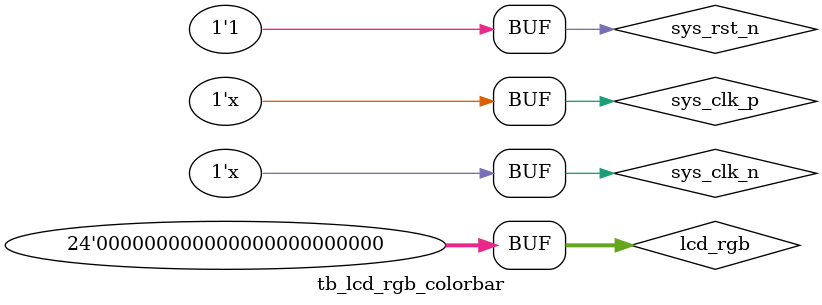
<source format=v>
`timescale 1ns / 1ps

module tb_lcd_rgb_colorbar ();

    // reg define
    reg         sys_clk_p;
    reg         sys_clk_n;
    reg         sys_rst_n;

    // wire define
    wire        lcd_de;
    wire        lcd_hs;
    wire        lcd_vs;
    wire        lcd_bl;
    wire        lcd_clk;
    wire [23:0] lcd_rgb;

    always #5 sys_clk_p = ~sys_clk_p;
    always #5 sys_clk_n = ~sys_clk_n;

    assign lcd_rgb = 24'h0;

    initial begin
        sys_clk_p = 1'b0;
        sys_clk_n = 1'b1;
        sys_rst_n = 1'b0;
        #200 sys_rst_n = 1'b1;
    end

    lcd_rgb_colorbar u_lcd_rgb_colorbar (
        .sys_clk_p(sys_clk_p),
        .sys_clk_n(sys_clk_n),
        .sys_rst_n(sys_rst_n),

        .lcd_de (lcd_de),
        .lcd_hs (lcd_hs),
        .lcd_vs (lcd_vs),
        .lcd_bl (lcd_bl),
        .lcd_clk(lcd_clk),
        .lcd_rst(lcd_rst),
        .lcd_rgb(lcd_rgb)
    );

endmodule

</source>
